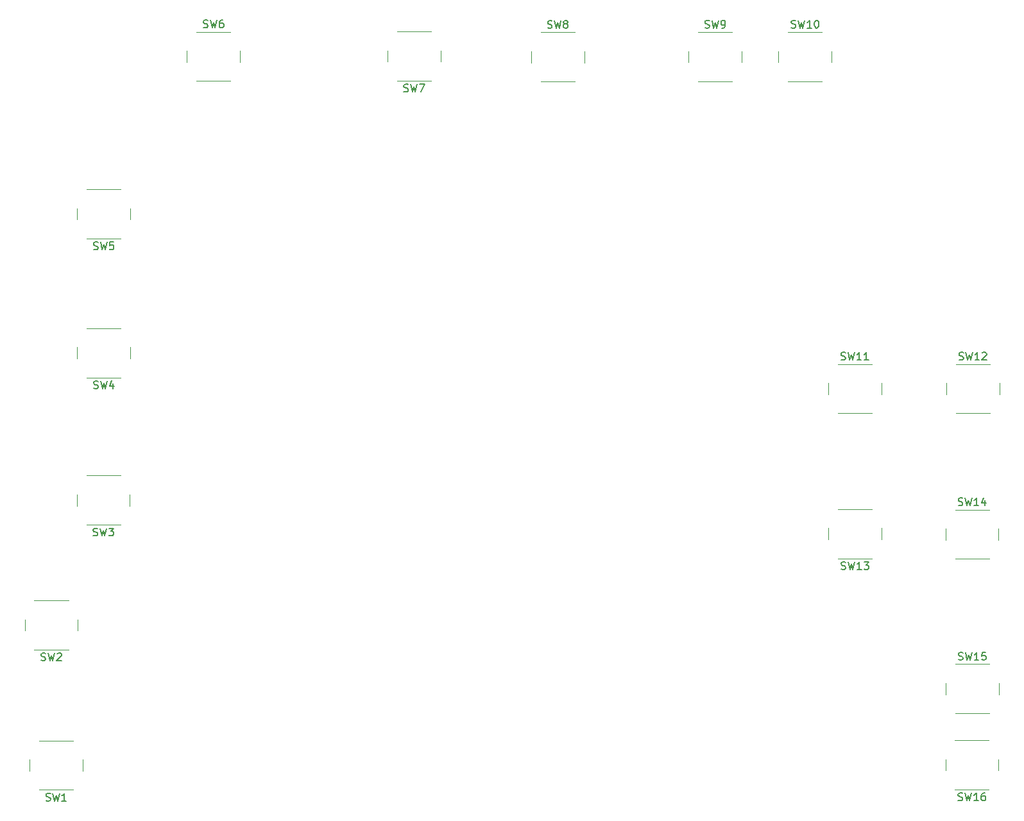
<source format=gto>
%TF.GenerationSoftware,KiCad,Pcbnew,9.0.3*%
%TF.CreationDate,2025-07-31T04:13:45-06:00*%
%TF.ProjectId,ARC-210-Master-Board,4152432d-3231-4302-9d4d-61737465722d,rev?*%
%TF.SameCoordinates,Original*%
%TF.FileFunction,Legend,Top*%
%TF.FilePolarity,Positive*%
%FSLAX46Y46*%
G04 Gerber Fmt 4.6, Leading zero omitted, Abs format (unit mm)*
G04 Created by KiCad (PCBNEW 9.0.3) date 2025-07-31 04:13:45*
%MOMM*%
%LPD*%
G01*
G04 APERTURE LIST*
%ADD10C,0.150000*%
%ADD11C,0.120000*%
G04 APERTURE END LIST*
D10*
X181750476Y-33567200D02*
X181893333Y-33614819D01*
X181893333Y-33614819D02*
X182131428Y-33614819D01*
X182131428Y-33614819D02*
X182226666Y-33567200D01*
X182226666Y-33567200D02*
X182274285Y-33519580D01*
X182274285Y-33519580D02*
X182321904Y-33424342D01*
X182321904Y-33424342D02*
X182321904Y-33329104D01*
X182321904Y-33329104D02*
X182274285Y-33233866D01*
X182274285Y-33233866D02*
X182226666Y-33186247D01*
X182226666Y-33186247D02*
X182131428Y-33138628D01*
X182131428Y-33138628D02*
X181940952Y-33091009D01*
X181940952Y-33091009D02*
X181845714Y-33043390D01*
X181845714Y-33043390D02*
X181798095Y-32995771D01*
X181798095Y-32995771D02*
X181750476Y-32900533D01*
X181750476Y-32900533D02*
X181750476Y-32805295D01*
X181750476Y-32805295D02*
X181798095Y-32710057D01*
X181798095Y-32710057D02*
X181845714Y-32662438D01*
X181845714Y-32662438D02*
X181940952Y-32614819D01*
X181940952Y-32614819D02*
X182179047Y-32614819D01*
X182179047Y-32614819D02*
X182321904Y-32662438D01*
X182655238Y-32614819D02*
X182893333Y-33614819D01*
X182893333Y-33614819D02*
X183083809Y-32900533D01*
X183083809Y-32900533D02*
X183274285Y-33614819D01*
X183274285Y-33614819D02*
X183512381Y-32614819D01*
X184417142Y-33614819D02*
X183845714Y-33614819D01*
X184131428Y-33614819D02*
X184131428Y-32614819D01*
X184131428Y-32614819D02*
X184036190Y-32757676D01*
X184036190Y-32757676D02*
X183940952Y-32852914D01*
X183940952Y-32852914D02*
X183845714Y-32900533D01*
X185036190Y-32614819D02*
X185131428Y-32614819D01*
X185131428Y-32614819D02*
X185226666Y-32662438D01*
X185226666Y-32662438D02*
X185274285Y-32710057D01*
X185274285Y-32710057D02*
X185321904Y-32805295D01*
X185321904Y-32805295D02*
X185369523Y-32995771D01*
X185369523Y-32995771D02*
X185369523Y-33233866D01*
X185369523Y-33233866D02*
X185321904Y-33424342D01*
X185321904Y-33424342D02*
X185274285Y-33519580D01*
X185274285Y-33519580D02*
X185226666Y-33567200D01*
X185226666Y-33567200D02*
X185131428Y-33614819D01*
X185131428Y-33614819D02*
X185036190Y-33614819D01*
X185036190Y-33614819D02*
X184940952Y-33567200D01*
X184940952Y-33567200D02*
X184893333Y-33519580D01*
X184893333Y-33519580D02*
X184845714Y-33424342D01*
X184845714Y-33424342D02*
X184798095Y-33233866D01*
X184798095Y-33233866D02*
X184798095Y-32995771D01*
X184798095Y-32995771D02*
X184845714Y-32805295D01*
X184845714Y-32805295D02*
X184893333Y-32710057D01*
X184893333Y-32710057D02*
X184940952Y-32662438D01*
X184940952Y-32662438D02*
X185036190Y-32614819D01*
X203790476Y-96607200D02*
X203933333Y-96654819D01*
X203933333Y-96654819D02*
X204171428Y-96654819D01*
X204171428Y-96654819D02*
X204266666Y-96607200D01*
X204266666Y-96607200D02*
X204314285Y-96559580D01*
X204314285Y-96559580D02*
X204361904Y-96464342D01*
X204361904Y-96464342D02*
X204361904Y-96369104D01*
X204361904Y-96369104D02*
X204314285Y-96273866D01*
X204314285Y-96273866D02*
X204266666Y-96226247D01*
X204266666Y-96226247D02*
X204171428Y-96178628D01*
X204171428Y-96178628D02*
X203980952Y-96131009D01*
X203980952Y-96131009D02*
X203885714Y-96083390D01*
X203885714Y-96083390D02*
X203838095Y-96035771D01*
X203838095Y-96035771D02*
X203790476Y-95940533D01*
X203790476Y-95940533D02*
X203790476Y-95845295D01*
X203790476Y-95845295D02*
X203838095Y-95750057D01*
X203838095Y-95750057D02*
X203885714Y-95702438D01*
X203885714Y-95702438D02*
X203980952Y-95654819D01*
X203980952Y-95654819D02*
X204219047Y-95654819D01*
X204219047Y-95654819D02*
X204361904Y-95702438D01*
X204695238Y-95654819D02*
X204933333Y-96654819D01*
X204933333Y-96654819D02*
X205123809Y-95940533D01*
X205123809Y-95940533D02*
X205314285Y-96654819D01*
X205314285Y-96654819D02*
X205552381Y-95654819D01*
X206457142Y-96654819D02*
X205885714Y-96654819D01*
X206171428Y-96654819D02*
X206171428Y-95654819D01*
X206171428Y-95654819D02*
X206076190Y-95797676D01*
X206076190Y-95797676D02*
X205980952Y-95892914D01*
X205980952Y-95892914D02*
X205885714Y-95940533D01*
X207314285Y-95988152D02*
X207314285Y-96654819D01*
X207076190Y-95607200D02*
X206838095Y-96321485D01*
X206838095Y-96321485D02*
X207457142Y-96321485D01*
X83396667Y-135597200D02*
X83539524Y-135644819D01*
X83539524Y-135644819D02*
X83777619Y-135644819D01*
X83777619Y-135644819D02*
X83872857Y-135597200D01*
X83872857Y-135597200D02*
X83920476Y-135549580D01*
X83920476Y-135549580D02*
X83968095Y-135454342D01*
X83968095Y-135454342D02*
X83968095Y-135359104D01*
X83968095Y-135359104D02*
X83920476Y-135263866D01*
X83920476Y-135263866D02*
X83872857Y-135216247D01*
X83872857Y-135216247D02*
X83777619Y-135168628D01*
X83777619Y-135168628D02*
X83587143Y-135121009D01*
X83587143Y-135121009D02*
X83491905Y-135073390D01*
X83491905Y-135073390D02*
X83444286Y-135025771D01*
X83444286Y-135025771D02*
X83396667Y-134930533D01*
X83396667Y-134930533D02*
X83396667Y-134835295D01*
X83396667Y-134835295D02*
X83444286Y-134740057D01*
X83444286Y-134740057D02*
X83491905Y-134692438D01*
X83491905Y-134692438D02*
X83587143Y-134644819D01*
X83587143Y-134644819D02*
X83825238Y-134644819D01*
X83825238Y-134644819D02*
X83968095Y-134692438D01*
X84301429Y-134644819D02*
X84539524Y-135644819D01*
X84539524Y-135644819D02*
X84730000Y-134930533D01*
X84730000Y-134930533D02*
X84920476Y-135644819D01*
X84920476Y-135644819D02*
X85158572Y-134644819D01*
X86063333Y-135644819D02*
X85491905Y-135644819D01*
X85777619Y-135644819D02*
X85777619Y-134644819D01*
X85777619Y-134644819D02*
X85682381Y-134787676D01*
X85682381Y-134787676D02*
X85587143Y-134882914D01*
X85587143Y-134882914D02*
X85491905Y-134930533D01*
X82766667Y-117087200D02*
X82909524Y-117134819D01*
X82909524Y-117134819D02*
X83147619Y-117134819D01*
X83147619Y-117134819D02*
X83242857Y-117087200D01*
X83242857Y-117087200D02*
X83290476Y-117039580D01*
X83290476Y-117039580D02*
X83338095Y-116944342D01*
X83338095Y-116944342D02*
X83338095Y-116849104D01*
X83338095Y-116849104D02*
X83290476Y-116753866D01*
X83290476Y-116753866D02*
X83242857Y-116706247D01*
X83242857Y-116706247D02*
X83147619Y-116658628D01*
X83147619Y-116658628D02*
X82957143Y-116611009D01*
X82957143Y-116611009D02*
X82861905Y-116563390D01*
X82861905Y-116563390D02*
X82814286Y-116515771D01*
X82814286Y-116515771D02*
X82766667Y-116420533D01*
X82766667Y-116420533D02*
X82766667Y-116325295D01*
X82766667Y-116325295D02*
X82814286Y-116230057D01*
X82814286Y-116230057D02*
X82861905Y-116182438D01*
X82861905Y-116182438D02*
X82957143Y-116134819D01*
X82957143Y-116134819D02*
X83195238Y-116134819D01*
X83195238Y-116134819D02*
X83338095Y-116182438D01*
X83671429Y-116134819D02*
X83909524Y-117134819D01*
X83909524Y-117134819D02*
X84100000Y-116420533D01*
X84100000Y-116420533D02*
X84290476Y-117134819D01*
X84290476Y-117134819D02*
X84528572Y-116134819D01*
X84861905Y-116230057D02*
X84909524Y-116182438D01*
X84909524Y-116182438D02*
X85004762Y-116134819D01*
X85004762Y-116134819D02*
X85242857Y-116134819D01*
X85242857Y-116134819D02*
X85338095Y-116182438D01*
X85338095Y-116182438D02*
X85385714Y-116230057D01*
X85385714Y-116230057D02*
X85433333Y-116325295D01*
X85433333Y-116325295D02*
X85433333Y-116420533D01*
X85433333Y-116420533D02*
X85385714Y-116563390D01*
X85385714Y-116563390D02*
X84814286Y-117134819D01*
X84814286Y-117134819D02*
X85433333Y-117134819D01*
X130616667Y-41997200D02*
X130759524Y-42044819D01*
X130759524Y-42044819D02*
X130997619Y-42044819D01*
X130997619Y-42044819D02*
X131092857Y-41997200D01*
X131092857Y-41997200D02*
X131140476Y-41949580D01*
X131140476Y-41949580D02*
X131188095Y-41854342D01*
X131188095Y-41854342D02*
X131188095Y-41759104D01*
X131188095Y-41759104D02*
X131140476Y-41663866D01*
X131140476Y-41663866D02*
X131092857Y-41616247D01*
X131092857Y-41616247D02*
X130997619Y-41568628D01*
X130997619Y-41568628D02*
X130807143Y-41521009D01*
X130807143Y-41521009D02*
X130711905Y-41473390D01*
X130711905Y-41473390D02*
X130664286Y-41425771D01*
X130664286Y-41425771D02*
X130616667Y-41330533D01*
X130616667Y-41330533D02*
X130616667Y-41235295D01*
X130616667Y-41235295D02*
X130664286Y-41140057D01*
X130664286Y-41140057D02*
X130711905Y-41092438D01*
X130711905Y-41092438D02*
X130807143Y-41044819D01*
X130807143Y-41044819D02*
X131045238Y-41044819D01*
X131045238Y-41044819D02*
X131188095Y-41092438D01*
X131521429Y-41044819D02*
X131759524Y-42044819D01*
X131759524Y-42044819D02*
X131950000Y-41330533D01*
X131950000Y-41330533D02*
X132140476Y-42044819D01*
X132140476Y-42044819D02*
X132378572Y-41044819D01*
X132664286Y-41044819D02*
X133330952Y-41044819D01*
X133330952Y-41044819D02*
X132902381Y-42044819D01*
X89626667Y-100607200D02*
X89769524Y-100654819D01*
X89769524Y-100654819D02*
X90007619Y-100654819D01*
X90007619Y-100654819D02*
X90102857Y-100607200D01*
X90102857Y-100607200D02*
X90150476Y-100559580D01*
X90150476Y-100559580D02*
X90198095Y-100464342D01*
X90198095Y-100464342D02*
X90198095Y-100369104D01*
X90198095Y-100369104D02*
X90150476Y-100273866D01*
X90150476Y-100273866D02*
X90102857Y-100226247D01*
X90102857Y-100226247D02*
X90007619Y-100178628D01*
X90007619Y-100178628D02*
X89817143Y-100131009D01*
X89817143Y-100131009D02*
X89721905Y-100083390D01*
X89721905Y-100083390D02*
X89674286Y-100035771D01*
X89674286Y-100035771D02*
X89626667Y-99940533D01*
X89626667Y-99940533D02*
X89626667Y-99845295D01*
X89626667Y-99845295D02*
X89674286Y-99750057D01*
X89674286Y-99750057D02*
X89721905Y-99702438D01*
X89721905Y-99702438D02*
X89817143Y-99654819D01*
X89817143Y-99654819D02*
X90055238Y-99654819D01*
X90055238Y-99654819D02*
X90198095Y-99702438D01*
X90531429Y-99654819D02*
X90769524Y-100654819D01*
X90769524Y-100654819D02*
X90960000Y-99940533D01*
X90960000Y-99940533D02*
X91150476Y-100654819D01*
X91150476Y-100654819D02*
X91388572Y-99654819D01*
X91674286Y-99654819D02*
X92293333Y-99654819D01*
X92293333Y-99654819D02*
X91960000Y-100035771D01*
X91960000Y-100035771D02*
X92102857Y-100035771D01*
X92102857Y-100035771D02*
X92198095Y-100083390D01*
X92198095Y-100083390D02*
X92245714Y-100131009D01*
X92245714Y-100131009D02*
X92293333Y-100226247D01*
X92293333Y-100226247D02*
X92293333Y-100464342D01*
X92293333Y-100464342D02*
X92245714Y-100559580D01*
X92245714Y-100559580D02*
X92198095Y-100607200D01*
X92198095Y-100607200D02*
X92102857Y-100654819D01*
X92102857Y-100654819D02*
X91817143Y-100654819D01*
X91817143Y-100654819D02*
X91721905Y-100607200D01*
X91721905Y-100607200D02*
X91674286Y-100559580D01*
X188305476Y-77387200D02*
X188448333Y-77434819D01*
X188448333Y-77434819D02*
X188686428Y-77434819D01*
X188686428Y-77434819D02*
X188781666Y-77387200D01*
X188781666Y-77387200D02*
X188829285Y-77339580D01*
X188829285Y-77339580D02*
X188876904Y-77244342D01*
X188876904Y-77244342D02*
X188876904Y-77149104D01*
X188876904Y-77149104D02*
X188829285Y-77053866D01*
X188829285Y-77053866D02*
X188781666Y-77006247D01*
X188781666Y-77006247D02*
X188686428Y-76958628D01*
X188686428Y-76958628D02*
X188495952Y-76911009D01*
X188495952Y-76911009D02*
X188400714Y-76863390D01*
X188400714Y-76863390D02*
X188353095Y-76815771D01*
X188353095Y-76815771D02*
X188305476Y-76720533D01*
X188305476Y-76720533D02*
X188305476Y-76625295D01*
X188305476Y-76625295D02*
X188353095Y-76530057D01*
X188353095Y-76530057D02*
X188400714Y-76482438D01*
X188400714Y-76482438D02*
X188495952Y-76434819D01*
X188495952Y-76434819D02*
X188734047Y-76434819D01*
X188734047Y-76434819D02*
X188876904Y-76482438D01*
X189210238Y-76434819D02*
X189448333Y-77434819D01*
X189448333Y-77434819D02*
X189638809Y-76720533D01*
X189638809Y-76720533D02*
X189829285Y-77434819D01*
X189829285Y-77434819D02*
X190067381Y-76434819D01*
X190972142Y-77434819D02*
X190400714Y-77434819D01*
X190686428Y-77434819D02*
X190686428Y-76434819D01*
X190686428Y-76434819D02*
X190591190Y-76577676D01*
X190591190Y-76577676D02*
X190495952Y-76672914D01*
X190495952Y-76672914D02*
X190400714Y-76720533D01*
X191924523Y-77434819D02*
X191353095Y-77434819D01*
X191638809Y-77434819D02*
X191638809Y-76434819D01*
X191638809Y-76434819D02*
X191543571Y-76577676D01*
X191543571Y-76577676D02*
X191448333Y-76672914D01*
X191448333Y-76672914D02*
X191353095Y-76720533D01*
X149586667Y-33597200D02*
X149729524Y-33644819D01*
X149729524Y-33644819D02*
X149967619Y-33644819D01*
X149967619Y-33644819D02*
X150062857Y-33597200D01*
X150062857Y-33597200D02*
X150110476Y-33549580D01*
X150110476Y-33549580D02*
X150158095Y-33454342D01*
X150158095Y-33454342D02*
X150158095Y-33359104D01*
X150158095Y-33359104D02*
X150110476Y-33263866D01*
X150110476Y-33263866D02*
X150062857Y-33216247D01*
X150062857Y-33216247D02*
X149967619Y-33168628D01*
X149967619Y-33168628D02*
X149777143Y-33121009D01*
X149777143Y-33121009D02*
X149681905Y-33073390D01*
X149681905Y-33073390D02*
X149634286Y-33025771D01*
X149634286Y-33025771D02*
X149586667Y-32930533D01*
X149586667Y-32930533D02*
X149586667Y-32835295D01*
X149586667Y-32835295D02*
X149634286Y-32740057D01*
X149634286Y-32740057D02*
X149681905Y-32692438D01*
X149681905Y-32692438D02*
X149777143Y-32644819D01*
X149777143Y-32644819D02*
X150015238Y-32644819D01*
X150015238Y-32644819D02*
X150158095Y-32692438D01*
X150491429Y-32644819D02*
X150729524Y-33644819D01*
X150729524Y-33644819D02*
X150920000Y-32930533D01*
X150920000Y-32930533D02*
X151110476Y-33644819D01*
X151110476Y-33644819D02*
X151348572Y-32644819D01*
X151872381Y-33073390D02*
X151777143Y-33025771D01*
X151777143Y-33025771D02*
X151729524Y-32978152D01*
X151729524Y-32978152D02*
X151681905Y-32882914D01*
X151681905Y-32882914D02*
X151681905Y-32835295D01*
X151681905Y-32835295D02*
X151729524Y-32740057D01*
X151729524Y-32740057D02*
X151777143Y-32692438D01*
X151777143Y-32692438D02*
X151872381Y-32644819D01*
X151872381Y-32644819D02*
X152062857Y-32644819D01*
X152062857Y-32644819D02*
X152158095Y-32692438D01*
X152158095Y-32692438D02*
X152205714Y-32740057D01*
X152205714Y-32740057D02*
X152253333Y-32835295D01*
X152253333Y-32835295D02*
X152253333Y-32882914D01*
X152253333Y-32882914D02*
X152205714Y-32978152D01*
X152205714Y-32978152D02*
X152158095Y-33025771D01*
X152158095Y-33025771D02*
X152062857Y-33073390D01*
X152062857Y-33073390D02*
X151872381Y-33073390D01*
X151872381Y-33073390D02*
X151777143Y-33121009D01*
X151777143Y-33121009D02*
X151729524Y-33168628D01*
X151729524Y-33168628D02*
X151681905Y-33263866D01*
X151681905Y-33263866D02*
X151681905Y-33454342D01*
X151681905Y-33454342D02*
X151729524Y-33549580D01*
X151729524Y-33549580D02*
X151777143Y-33597200D01*
X151777143Y-33597200D02*
X151872381Y-33644819D01*
X151872381Y-33644819D02*
X152062857Y-33644819D01*
X152062857Y-33644819D02*
X152158095Y-33597200D01*
X152158095Y-33597200D02*
X152205714Y-33549580D01*
X152205714Y-33549580D02*
X152253333Y-33454342D01*
X152253333Y-33454342D02*
X152253333Y-33263866D01*
X152253333Y-33263866D02*
X152205714Y-33168628D01*
X152205714Y-33168628D02*
X152158095Y-33121009D01*
X152158095Y-33121009D02*
X152062857Y-33073390D01*
X203770476Y-135557200D02*
X203913333Y-135604819D01*
X203913333Y-135604819D02*
X204151428Y-135604819D01*
X204151428Y-135604819D02*
X204246666Y-135557200D01*
X204246666Y-135557200D02*
X204294285Y-135509580D01*
X204294285Y-135509580D02*
X204341904Y-135414342D01*
X204341904Y-135414342D02*
X204341904Y-135319104D01*
X204341904Y-135319104D02*
X204294285Y-135223866D01*
X204294285Y-135223866D02*
X204246666Y-135176247D01*
X204246666Y-135176247D02*
X204151428Y-135128628D01*
X204151428Y-135128628D02*
X203960952Y-135081009D01*
X203960952Y-135081009D02*
X203865714Y-135033390D01*
X203865714Y-135033390D02*
X203818095Y-134985771D01*
X203818095Y-134985771D02*
X203770476Y-134890533D01*
X203770476Y-134890533D02*
X203770476Y-134795295D01*
X203770476Y-134795295D02*
X203818095Y-134700057D01*
X203818095Y-134700057D02*
X203865714Y-134652438D01*
X203865714Y-134652438D02*
X203960952Y-134604819D01*
X203960952Y-134604819D02*
X204199047Y-134604819D01*
X204199047Y-134604819D02*
X204341904Y-134652438D01*
X204675238Y-134604819D02*
X204913333Y-135604819D01*
X204913333Y-135604819D02*
X205103809Y-134890533D01*
X205103809Y-134890533D02*
X205294285Y-135604819D01*
X205294285Y-135604819D02*
X205532381Y-134604819D01*
X206437142Y-135604819D02*
X205865714Y-135604819D01*
X206151428Y-135604819D02*
X206151428Y-134604819D01*
X206151428Y-134604819D02*
X206056190Y-134747676D01*
X206056190Y-134747676D02*
X205960952Y-134842914D01*
X205960952Y-134842914D02*
X205865714Y-134890533D01*
X207294285Y-134604819D02*
X207103809Y-134604819D01*
X207103809Y-134604819D02*
X207008571Y-134652438D01*
X207008571Y-134652438D02*
X206960952Y-134700057D01*
X206960952Y-134700057D02*
X206865714Y-134842914D01*
X206865714Y-134842914D02*
X206818095Y-135033390D01*
X206818095Y-135033390D02*
X206818095Y-135414342D01*
X206818095Y-135414342D02*
X206865714Y-135509580D01*
X206865714Y-135509580D02*
X206913333Y-135557200D01*
X206913333Y-135557200D02*
X207008571Y-135604819D01*
X207008571Y-135604819D02*
X207199047Y-135604819D01*
X207199047Y-135604819D02*
X207294285Y-135557200D01*
X207294285Y-135557200D02*
X207341904Y-135509580D01*
X207341904Y-135509580D02*
X207389523Y-135414342D01*
X207389523Y-135414342D02*
X207389523Y-135176247D01*
X207389523Y-135176247D02*
X207341904Y-135081009D01*
X207341904Y-135081009D02*
X207294285Y-135033390D01*
X207294285Y-135033390D02*
X207199047Y-134985771D01*
X207199047Y-134985771D02*
X207008571Y-134985771D01*
X207008571Y-134985771D02*
X206913333Y-135033390D01*
X206913333Y-135033390D02*
X206865714Y-135081009D01*
X206865714Y-135081009D02*
X206818095Y-135176247D01*
X89676667Y-62827200D02*
X89819524Y-62874819D01*
X89819524Y-62874819D02*
X90057619Y-62874819D01*
X90057619Y-62874819D02*
X90152857Y-62827200D01*
X90152857Y-62827200D02*
X90200476Y-62779580D01*
X90200476Y-62779580D02*
X90248095Y-62684342D01*
X90248095Y-62684342D02*
X90248095Y-62589104D01*
X90248095Y-62589104D02*
X90200476Y-62493866D01*
X90200476Y-62493866D02*
X90152857Y-62446247D01*
X90152857Y-62446247D02*
X90057619Y-62398628D01*
X90057619Y-62398628D02*
X89867143Y-62351009D01*
X89867143Y-62351009D02*
X89771905Y-62303390D01*
X89771905Y-62303390D02*
X89724286Y-62255771D01*
X89724286Y-62255771D02*
X89676667Y-62160533D01*
X89676667Y-62160533D02*
X89676667Y-62065295D01*
X89676667Y-62065295D02*
X89724286Y-61970057D01*
X89724286Y-61970057D02*
X89771905Y-61922438D01*
X89771905Y-61922438D02*
X89867143Y-61874819D01*
X89867143Y-61874819D02*
X90105238Y-61874819D01*
X90105238Y-61874819D02*
X90248095Y-61922438D01*
X90581429Y-61874819D02*
X90819524Y-62874819D01*
X90819524Y-62874819D02*
X91010000Y-62160533D01*
X91010000Y-62160533D02*
X91200476Y-62874819D01*
X91200476Y-62874819D02*
X91438572Y-61874819D01*
X92295714Y-61874819D02*
X91819524Y-61874819D01*
X91819524Y-61874819D02*
X91771905Y-62351009D01*
X91771905Y-62351009D02*
X91819524Y-62303390D01*
X91819524Y-62303390D02*
X91914762Y-62255771D01*
X91914762Y-62255771D02*
X92152857Y-62255771D01*
X92152857Y-62255771D02*
X92248095Y-62303390D01*
X92248095Y-62303390D02*
X92295714Y-62351009D01*
X92295714Y-62351009D02*
X92343333Y-62446247D01*
X92343333Y-62446247D02*
X92343333Y-62684342D01*
X92343333Y-62684342D02*
X92295714Y-62779580D01*
X92295714Y-62779580D02*
X92248095Y-62827200D01*
X92248095Y-62827200D02*
X92152857Y-62874819D01*
X92152857Y-62874819D02*
X91914762Y-62874819D01*
X91914762Y-62874819D02*
X91819524Y-62827200D01*
X91819524Y-62827200D02*
X91771905Y-62779580D01*
X170356667Y-33577200D02*
X170499524Y-33624819D01*
X170499524Y-33624819D02*
X170737619Y-33624819D01*
X170737619Y-33624819D02*
X170832857Y-33577200D01*
X170832857Y-33577200D02*
X170880476Y-33529580D01*
X170880476Y-33529580D02*
X170928095Y-33434342D01*
X170928095Y-33434342D02*
X170928095Y-33339104D01*
X170928095Y-33339104D02*
X170880476Y-33243866D01*
X170880476Y-33243866D02*
X170832857Y-33196247D01*
X170832857Y-33196247D02*
X170737619Y-33148628D01*
X170737619Y-33148628D02*
X170547143Y-33101009D01*
X170547143Y-33101009D02*
X170451905Y-33053390D01*
X170451905Y-33053390D02*
X170404286Y-33005771D01*
X170404286Y-33005771D02*
X170356667Y-32910533D01*
X170356667Y-32910533D02*
X170356667Y-32815295D01*
X170356667Y-32815295D02*
X170404286Y-32720057D01*
X170404286Y-32720057D02*
X170451905Y-32672438D01*
X170451905Y-32672438D02*
X170547143Y-32624819D01*
X170547143Y-32624819D02*
X170785238Y-32624819D01*
X170785238Y-32624819D02*
X170928095Y-32672438D01*
X171261429Y-32624819D02*
X171499524Y-33624819D01*
X171499524Y-33624819D02*
X171690000Y-32910533D01*
X171690000Y-32910533D02*
X171880476Y-33624819D01*
X171880476Y-33624819D02*
X172118572Y-32624819D01*
X172547143Y-33624819D02*
X172737619Y-33624819D01*
X172737619Y-33624819D02*
X172832857Y-33577200D01*
X172832857Y-33577200D02*
X172880476Y-33529580D01*
X172880476Y-33529580D02*
X172975714Y-33386723D01*
X172975714Y-33386723D02*
X173023333Y-33196247D01*
X173023333Y-33196247D02*
X173023333Y-32815295D01*
X173023333Y-32815295D02*
X172975714Y-32720057D01*
X172975714Y-32720057D02*
X172928095Y-32672438D01*
X172928095Y-32672438D02*
X172832857Y-32624819D01*
X172832857Y-32624819D02*
X172642381Y-32624819D01*
X172642381Y-32624819D02*
X172547143Y-32672438D01*
X172547143Y-32672438D02*
X172499524Y-32720057D01*
X172499524Y-32720057D02*
X172451905Y-32815295D01*
X172451905Y-32815295D02*
X172451905Y-33053390D01*
X172451905Y-33053390D02*
X172499524Y-33148628D01*
X172499524Y-33148628D02*
X172547143Y-33196247D01*
X172547143Y-33196247D02*
X172642381Y-33243866D01*
X172642381Y-33243866D02*
X172832857Y-33243866D01*
X172832857Y-33243866D02*
X172928095Y-33196247D01*
X172928095Y-33196247D02*
X172975714Y-33148628D01*
X172975714Y-33148628D02*
X173023333Y-33053390D01*
X203880476Y-77387200D02*
X204023333Y-77434819D01*
X204023333Y-77434819D02*
X204261428Y-77434819D01*
X204261428Y-77434819D02*
X204356666Y-77387200D01*
X204356666Y-77387200D02*
X204404285Y-77339580D01*
X204404285Y-77339580D02*
X204451904Y-77244342D01*
X204451904Y-77244342D02*
X204451904Y-77149104D01*
X204451904Y-77149104D02*
X204404285Y-77053866D01*
X204404285Y-77053866D02*
X204356666Y-77006247D01*
X204356666Y-77006247D02*
X204261428Y-76958628D01*
X204261428Y-76958628D02*
X204070952Y-76911009D01*
X204070952Y-76911009D02*
X203975714Y-76863390D01*
X203975714Y-76863390D02*
X203928095Y-76815771D01*
X203928095Y-76815771D02*
X203880476Y-76720533D01*
X203880476Y-76720533D02*
X203880476Y-76625295D01*
X203880476Y-76625295D02*
X203928095Y-76530057D01*
X203928095Y-76530057D02*
X203975714Y-76482438D01*
X203975714Y-76482438D02*
X204070952Y-76434819D01*
X204070952Y-76434819D02*
X204309047Y-76434819D01*
X204309047Y-76434819D02*
X204451904Y-76482438D01*
X204785238Y-76434819D02*
X205023333Y-77434819D01*
X205023333Y-77434819D02*
X205213809Y-76720533D01*
X205213809Y-76720533D02*
X205404285Y-77434819D01*
X205404285Y-77434819D02*
X205642381Y-76434819D01*
X206547142Y-77434819D02*
X205975714Y-77434819D01*
X206261428Y-77434819D02*
X206261428Y-76434819D01*
X206261428Y-76434819D02*
X206166190Y-76577676D01*
X206166190Y-76577676D02*
X206070952Y-76672914D01*
X206070952Y-76672914D02*
X205975714Y-76720533D01*
X206928095Y-76530057D02*
X206975714Y-76482438D01*
X206975714Y-76482438D02*
X207070952Y-76434819D01*
X207070952Y-76434819D02*
X207309047Y-76434819D01*
X207309047Y-76434819D02*
X207404285Y-76482438D01*
X207404285Y-76482438D02*
X207451904Y-76530057D01*
X207451904Y-76530057D02*
X207499523Y-76625295D01*
X207499523Y-76625295D02*
X207499523Y-76720533D01*
X207499523Y-76720533D02*
X207451904Y-76863390D01*
X207451904Y-76863390D02*
X206880476Y-77434819D01*
X206880476Y-77434819D02*
X207499523Y-77434819D01*
X104166667Y-33527200D02*
X104309524Y-33574819D01*
X104309524Y-33574819D02*
X104547619Y-33574819D01*
X104547619Y-33574819D02*
X104642857Y-33527200D01*
X104642857Y-33527200D02*
X104690476Y-33479580D01*
X104690476Y-33479580D02*
X104738095Y-33384342D01*
X104738095Y-33384342D02*
X104738095Y-33289104D01*
X104738095Y-33289104D02*
X104690476Y-33193866D01*
X104690476Y-33193866D02*
X104642857Y-33146247D01*
X104642857Y-33146247D02*
X104547619Y-33098628D01*
X104547619Y-33098628D02*
X104357143Y-33051009D01*
X104357143Y-33051009D02*
X104261905Y-33003390D01*
X104261905Y-33003390D02*
X104214286Y-32955771D01*
X104214286Y-32955771D02*
X104166667Y-32860533D01*
X104166667Y-32860533D02*
X104166667Y-32765295D01*
X104166667Y-32765295D02*
X104214286Y-32670057D01*
X104214286Y-32670057D02*
X104261905Y-32622438D01*
X104261905Y-32622438D02*
X104357143Y-32574819D01*
X104357143Y-32574819D02*
X104595238Y-32574819D01*
X104595238Y-32574819D02*
X104738095Y-32622438D01*
X105071429Y-32574819D02*
X105309524Y-33574819D01*
X105309524Y-33574819D02*
X105500000Y-32860533D01*
X105500000Y-32860533D02*
X105690476Y-33574819D01*
X105690476Y-33574819D02*
X105928572Y-32574819D01*
X106738095Y-32574819D02*
X106547619Y-32574819D01*
X106547619Y-32574819D02*
X106452381Y-32622438D01*
X106452381Y-32622438D02*
X106404762Y-32670057D01*
X106404762Y-32670057D02*
X106309524Y-32812914D01*
X106309524Y-32812914D02*
X106261905Y-33003390D01*
X106261905Y-33003390D02*
X106261905Y-33384342D01*
X106261905Y-33384342D02*
X106309524Y-33479580D01*
X106309524Y-33479580D02*
X106357143Y-33527200D01*
X106357143Y-33527200D02*
X106452381Y-33574819D01*
X106452381Y-33574819D02*
X106642857Y-33574819D01*
X106642857Y-33574819D02*
X106738095Y-33527200D01*
X106738095Y-33527200D02*
X106785714Y-33479580D01*
X106785714Y-33479580D02*
X106833333Y-33384342D01*
X106833333Y-33384342D02*
X106833333Y-33146247D01*
X106833333Y-33146247D02*
X106785714Y-33051009D01*
X106785714Y-33051009D02*
X106738095Y-33003390D01*
X106738095Y-33003390D02*
X106642857Y-32955771D01*
X106642857Y-32955771D02*
X106452381Y-32955771D01*
X106452381Y-32955771D02*
X106357143Y-33003390D01*
X106357143Y-33003390D02*
X106309524Y-33051009D01*
X106309524Y-33051009D02*
X106261905Y-33146247D01*
X203810476Y-116997200D02*
X203953333Y-117044819D01*
X203953333Y-117044819D02*
X204191428Y-117044819D01*
X204191428Y-117044819D02*
X204286666Y-116997200D01*
X204286666Y-116997200D02*
X204334285Y-116949580D01*
X204334285Y-116949580D02*
X204381904Y-116854342D01*
X204381904Y-116854342D02*
X204381904Y-116759104D01*
X204381904Y-116759104D02*
X204334285Y-116663866D01*
X204334285Y-116663866D02*
X204286666Y-116616247D01*
X204286666Y-116616247D02*
X204191428Y-116568628D01*
X204191428Y-116568628D02*
X204000952Y-116521009D01*
X204000952Y-116521009D02*
X203905714Y-116473390D01*
X203905714Y-116473390D02*
X203858095Y-116425771D01*
X203858095Y-116425771D02*
X203810476Y-116330533D01*
X203810476Y-116330533D02*
X203810476Y-116235295D01*
X203810476Y-116235295D02*
X203858095Y-116140057D01*
X203858095Y-116140057D02*
X203905714Y-116092438D01*
X203905714Y-116092438D02*
X204000952Y-116044819D01*
X204000952Y-116044819D02*
X204239047Y-116044819D01*
X204239047Y-116044819D02*
X204381904Y-116092438D01*
X204715238Y-116044819D02*
X204953333Y-117044819D01*
X204953333Y-117044819D02*
X205143809Y-116330533D01*
X205143809Y-116330533D02*
X205334285Y-117044819D01*
X205334285Y-117044819D02*
X205572381Y-116044819D01*
X206477142Y-117044819D02*
X205905714Y-117044819D01*
X206191428Y-117044819D02*
X206191428Y-116044819D01*
X206191428Y-116044819D02*
X206096190Y-116187676D01*
X206096190Y-116187676D02*
X206000952Y-116282914D01*
X206000952Y-116282914D02*
X205905714Y-116330533D01*
X207381904Y-116044819D02*
X206905714Y-116044819D01*
X206905714Y-116044819D02*
X206858095Y-116521009D01*
X206858095Y-116521009D02*
X206905714Y-116473390D01*
X206905714Y-116473390D02*
X207000952Y-116425771D01*
X207000952Y-116425771D02*
X207239047Y-116425771D01*
X207239047Y-116425771D02*
X207334285Y-116473390D01*
X207334285Y-116473390D02*
X207381904Y-116521009D01*
X207381904Y-116521009D02*
X207429523Y-116616247D01*
X207429523Y-116616247D02*
X207429523Y-116854342D01*
X207429523Y-116854342D02*
X207381904Y-116949580D01*
X207381904Y-116949580D02*
X207334285Y-116997200D01*
X207334285Y-116997200D02*
X207239047Y-117044819D01*
X207239047Y-117044819D02*
X207000952Y-117044819D01*
X207000952Y-117044819D02*
X206905714Y-116997200D01*
X206905714Y-116997200D02*
X206858095Y-116949580D01*
X188330476Y-105057200D02*
X188473333Y-105104819D01*
X188473333Y-105104819D02*
X188711428Y-105104819D01*
X188711428Y-105104819D02*
X188806666Y-105057200D01*
X188806666Y-105057200D02*
X188854285Y-105009580D01*
X188854285Y-105009580D02*
X188901904Y-104914342D01*
X188901904Y-104914342D02*
X188901904Y-104819104D01*
X188901904Y-104819104D02*
X188854285Y-104723866D01*
X188854285Y-104723866D02*
X188806666Y-104676247D01*
X188806666Y-104676247D02*
X188711428Y-104628628D01*
X188711428Y-104628628D02*
X188520952Y-104581009D01*
X188520952Y-104581009D02*
X188425714Y-104533390D01*
X188425714Y-104533390D02*
X188378095Y-104485771D01*
X188378095Y-104485771D02*
X188330476Y-104390533D01*
X188330476Y-104390533D02*
X188330476Y-104295295D01*
X188330476Y-104295295D02*
X188378095Y-104200057D01*
X188378095Y-104200057D02*
X188425714Y-104152438D01*
X188425714Y-104152438D02*
X188520952Y-104104819D01*
X188520952Y-104104819D02*
X188759047Y-104104819D01*
X188759047Y-104104819D02*
X188901904Y-104152438D01*
X189235238Y-104104819D02*
X189473333Y-105104819D01*
X189473333Y-105104819D02*
X189663809Y-104390533D01*
X189663809Y-104390533D02*
X189854285Y-105104819D01*
X189854285Y-105104819D02*
X190092381Y-104104819D01*
X190997142Y-105104819D02*
X190425714Y-105104819D01*
X190711428Y-105104819D02*
X190711428Y-104104819D01*
X190711428Y-104104819D02*
X190616190Y-104247676D01*
X190616190Y-104247676D02*
X190520952Y-104342914D01*
X190520952Y-104342914D02*
X190425714Y-104390533D01*
X191330476Y-104104819D02*
X191949523Y-104104819D01*
X191949523Y-104104819D02*
X191616190Y-104485771D01*
X191616190Y-104485771D02*
X191759047Y-104485771D01*
X191759047Y-104485771D02*
X191854285Y-104533390D01*
X191854285Y-104533390D02*
X191901904Y-104581009D01*
X191901904Y-104581009D02*
X191949523Y-104676247D01*
X191949523Y-104676247D02*
X191949523Y-104914342D01*
X191949523Y-104914342D02*
X191901904Y-105009580D01*
X191901904Y-105009580D02*
X191854285Y-105057200D01*
X191854285Y-105057200D02*
X191759047Y-105104819D01*
X191759047Y-105104819D02*
X191473333Y-105104819D01*
X191473333Y-105104819D02*
X191378095Y-105057200D01*
X191378095Y-105057200D02*
X191330476Y-105009580D01*
X89686667Y-81177200D02*
X89829524Y-81224819D01*
X89829524Y-81224819D02*
X90067619Y-81224819D01*
X90067619Y-81224819D02*
X90162857Y-81177200D01*
X90162857Y-81177200D02*
X90210476Y-81129580D01*
X90210476Y-81129580D02*
X90258095Y-81034342D01*
X90258095Y-81034342D02*
X90258095Y-80939104D01*
X90258095Y-80939104D02*
X90210476Y-80843866D01*
X90210476Y-80843866D02*
X90162857Y-80796247D01*
X90162857Y-80796247D02*
X90067619Y-80748628D01*
X90067619Y-80748628D02*
X89877143Y-80701009D01*
X89877143Y-80701009D02*
X89781905Y-80653390D01*
X89781905Y-80653390D02*
X89734286Y-80605771D01*
X89734286Y-80605771D02*
X89686667Y-80510533D01*
X89686667Y-80510533D02*
X89686667Y-80415295D01*
X89686667Y-80415295D02*
X89734286Y-80320057D01*
X89734286Y-80320057D02*
X89781905Y-80272438D01*
X89781905Y-80272438D02*
X89877143Y-80224819D01*
X89877143Y-80224819D02*
X90115238Y-80224819D01*
X90115238Y-80224819D02*
X90258095Y-80272438D01*
X90591429Y-80224819D02*
X90829524Y-81224819D01*
X90829524Y-81224819D02*
X91020000Y-80510533D01*
X91020000Y-80510533D02*
X91210476Y-81224819D01*
X91210476Y-81224819D02*
X91448572Y-80224819D01*
X92258095Y-80558152D02*
X92258095Y-81224819D01*
X92020000Y-80177200D02*
X91781905Y-80891485D01*
X91781905Y-80891485D02*
X92400952Y-80891485D01*
D11*
%TO.C,SW10*%
X180060000Y-36660000D02*
X180060000Y-38160000D01*
X181310000Y-40660000D02*
X185810000Y-40660000D01*
X185810000Y-34160000D02*
X181310000Y-34160000D01*
X187060000Y-38160000D02*
X187060000Y-36660000D01*
%TO.C,SW14*%
X202100000Y-99700000D02*
X202100000Y-101200000D01*
X203350000Y-103700000D02*
X207850000Y-103700000D01*
X207850000Y-97200000D02*
X203350000Y-97200000D01*
X209100000Y-101200000D02*
X209100000Y-99700000D01*
%TO.C,SW1*%
X81230000Y-130190000D02*
X81230000Y-131690000D01*
X82480000Y-134190000D02*
X86980000Y-134190000D01*
X86980000Y-127690000D02*
X82480000Y-127690000D01*
X88230000Y-131690000D02*
X88230000Y-130190000D01*
%TO.C,SW2*%
X80600000Y-111680000D02*
X80600000Y-113180000D01*
X81850000Y-115680000D02*
X86350000Y-115680000D01*
X86350000Y-109180000D02*
X81850000Y-109180000D01*
X87600000Y-113180000D02*
X87600000Y-111680000D01*
%TO.C,SW7*%
X128450000Y-36590000D02*
X128450000Y-38090000D01*
X129700000Y-40590000D02*
X134200000Y-40590000D01*
X134200000Y-34090000D02*
X129700000Y-34090000D01*
X135450000Y-38090000D02*
X135450000Y-36590000D01*
%TO.C,SW3*%
X87460000Y-95200000D02*
X87460000Y-96700000D01*
X88710000Y-99200000D02*
X93210000Y-99200000D01*
X93210000Y-92700000D02*
X88710000Y-92700000D01*
X94460000Y-96700000D02*
X94460000Y-95200000D01*
%TO.C,SW11*%
X186615000Y-80480000D02*
X186615000Y-81980000D01*
X187865000Y-84480000D02*
X192365000Y-84480000D01*
X192365000Y-77980000D02*
X187865000Y-77980000D01*
X193615000Y-81980000D02*
X193615000Y-80480000D01*
%TO.C,SW8*%
X147420000Y-36690000D02*
X147420000Y-38190000D01*
X148670000Y-40690000D02*
X153170000Y-40690000D01*
X153170000Y-34190000D02*
X148670000Y-34190000D01*
X154420000Y-38190000D02*
X154420000Y-36690000D01*
%TO.C,SW16*%
X202080000Y-130150000D02*
X202080000Y-131650000D01*
X203330000Y-134150000D02*
X207830000Y-134150000D01*
X207830000Y-127650000D02*
X203330000Y-127650000D01*
X209080000Y-131650000D02*
X209080000Y-130150000D01*
%TO.C,SW5*%
X87510000Y-57420000D02*
X87510000Y-58920000D01*
X88760000Y-61420000D02*
X93260000Y-61420000D01*
X93260000Y-54920000D02*
X88760000Y-54920000D01*
X94510000Y-58920000D02*
X94510000Y-57420000D01*
%TO.C,SW9*%
X168190000Y-36670000D02*
X168190000Y-38170000D01*
X169440000Y-40670000D02*
X173940000Y-40670000D01*
X173940000Y-34170000D02*
X169440000Y-34170000D01*
X175190000Y-38170000D02*
X175190000Y-36670000D01*
%TO.C,SW12*%
X202190000Y-80480000D02*
X202190000Y-81980000D01*
X203440000Y-84480000D02*
X207940000Y-84480000D01*
X207940000Y-77980000D02*
X203440000Y-77980000D01*
X209190000Y-81980000D02*
X209190000Y-80480000D01*
%TO.C,SW6*%
X102000000Y-36620000D02*
X102000000Y-38120000D01*
X103250000Y-40620000D02*
X107750000Y-40620000D01*
X107750000Y-34120000D02*
X103250000Y-34120000D01*
X109000000Y-38120000D02*
X109000000Y-36620000D01*
%TO.C,SW15*%
X202120000Y-120090000D02*
X202120000Y-121590000D01*
X203370000Y-124090000D02*
X207870000Y-124090000D01*
X207870000Y-117590000D02*
X203370000Y-117590000D01*
X209120000Y-121590000D02*
X209120000Y-120090000D01*
%TO.C,SW13*%
X186640000Y-99650000D02*
X186640000Y-101150000D01*
X187890000Y-103650000D02*
X192390000Y-103650000D01*
X192390000Y-97150000D02*
X187890000Y-97150000D01*
X193640000Y-101150000D02*
X193640000Y-99650000D01*
%TO.C,SW4*%
X87520000Y-75770000D02*
X87520000Y-77270000D01*
X88770000Y-79770000D02*
X93270000Y-79770000D01*
X93270000Y-73270000D02*
X88770000Y-73270000D01*
X94520000Y-77270000D02*
X94520000Y-75770000D01*
%TD*%
M02*

</source>
